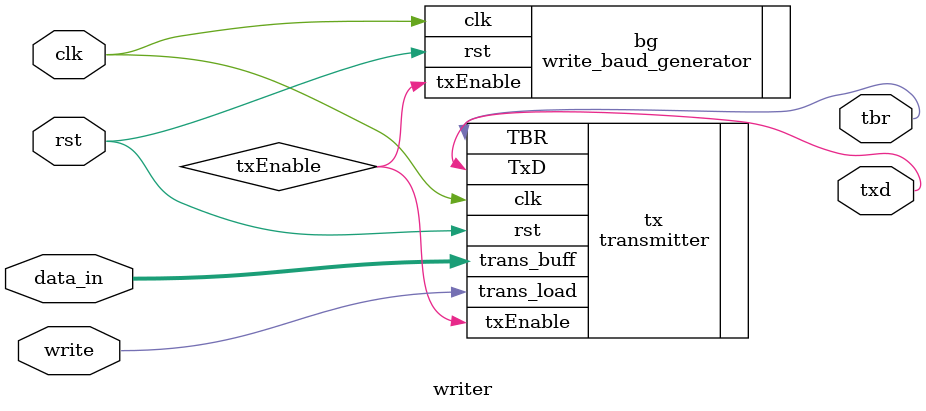
<source format=v>
module writer(
    input clk,				//system clk
    input rst,				//system reset
    input write,			//write signal
    output tbr,				//transmit buffer ready
    input [7:0] data_in,		//data to transmit
    output txd				//serial output
    );
    
    //instantiate write_baud_generator                 
    write_baud_generator bg(.clk(clk), 
                            .rst(rst),
                            .txEnable(txEnable));
                      
    //instantiate transmitter           
    transmitter tx(.TxD(txd), 
                   .TBR(tbr), 
                   .trans_buff(data_in), 
                   .clk(clk), 
                   .rst(rst), 
                   .txEnable(txEnable), 
                   .trans_load(write));

endmodule

</source>
